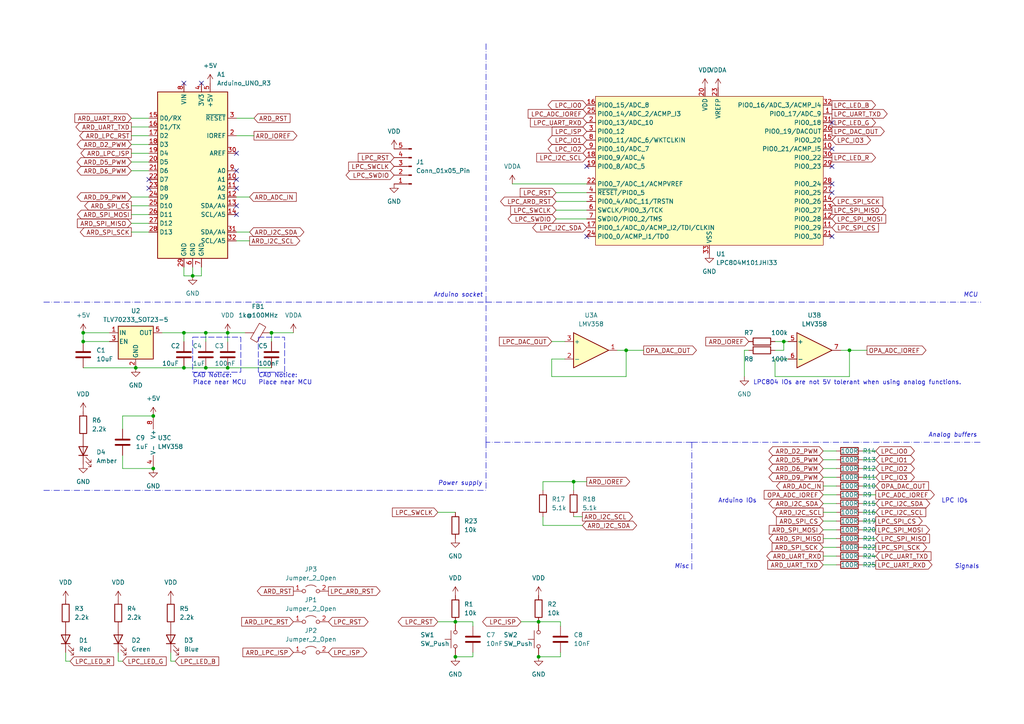
<source format=kicad_sch>
(kicad_sch (version 20230121) (generator eeschema)
  (paper "A4")
  (title_block (title "Pudding_MPyATE") (date "2023-05-28") (rev "A1") (company "Pudding Industries"))
  (lib_symbols
    (symbol "Amplifier_Operational:LMV358" (pin_names (offset 0.127))
      (property "Reference" "U" (at 0 5.08 0))
      (property "Value" "LMV358" (at 0 -5.08 0))
      (symbol "LMV358_1_1"
        (polyline (pts (xy -5.08 5.08) (xy 5.08 0) (xy -5.08 -5.08) (xy -5.08 5.08)) (stroke (width 0.254)) (fill (type background)))
        (pin output line (at 7.62 0 180) (length 2.54) (name "~") (number "1"))
        (pin input line (at -7.62 -2.54 0) (length 2.54) (name "-") (number "2"))
        (pin input line (at -7.62 2.54 0) (length 2.54) (name "+") (number "3"))
      )
      (symbol "LMV358_2_1"
        (polyline (pts (xy -5.08 5.08) (xy 5.08 0) (xy -5.08 -5.08) (xy -5.08 5.08)) (stroke (width 0.254)) (fill (type background)))
        (pin input line (at -7.62 2.54 0) (length 2.54) (name "+") (number "5"))
        (pin input line (at -7.62 -2.54 0) (length 2.54) (name "-") (number "6"))
        (pin output line (at 7.62 0 180) (length 2.54) (name "~") (number "7"))
      )
      (symbol "LMV358_3_1"
        (pin power_in line (at -2.54 -7.62 90) (length 3.81) (name "V-") (number "4"))
        (pin power_in line (at -2.54 7.62 270) (length 3.81) (name "V+") (number "8"))
      )
    )
    (symbol "Connector:Conn_01x05_Pin" (pin_names (offset 1.016) hide)
      (property "Reference" "J" (at 0 7.62 0))
      (property "Value" "Conn_01x05_Pin" (at 0 -7.62 0))
      (symbol "Conn_01x05_Pin_1_1"
        (polyline (pts (xy 1.27 -5.08) (xy 0.8636 -5.08)) (stroke (width 0.1524)))
        (polyline (pts (xy 1.27 -2.54) (xy 0.8636 -2.54)) (stroke (width 0.1524)))
        (polyline (pts (xy 1.27 0) (xy 0.8636 0)) (stroke (width 0.1524)))
        (polyline (pts (xy 1.27 2.54) (xy 0.8636 2.54)) (stroke (width 0.1524)))
        (polyline (pts (xy 1.27 5.08) (xy 0.8636 5.08)) (stroke (width 0.1524)))
        (rectangle (start 0.8636 -4.953) (end 0 -5.207) (stroke (width 0.1524)) (fill (type outline)))
        (rectangle (start 0.8636 -2.413) (end 0 -2.667) (stroke (width 0.1524)) (fill (type outline)))
        (rectangle (start 0.8636 0.127) (end 0 -0.127) (stroke (width 0.1524)) (fill (type outline)))
        (rectangle (start 0.8636 2.667) (end 0 2.413) (stroke (width 0.1524)) (fill (type outline)))
        (rectangle (start 0.8636 5.207) (end 0 4.953) (stroke (width 0.1524)) (fill (type outline)))
        (pin passive line (at 5.08 5.08 180) (length 3.81) (name "Pin_1") (number "1"))
        (pin passive line (at 5.08 2.54 180) (length 3.81) (name "Pin_2") (number "2"))
        (pin passive line (at 5.08 0 180) (length 3.81) (name "Pin_3") (number "3"))
        (pin passive line (at 5.08 -2.54 180) (length 3.81) (name "Pin_4") (number "4"))
        (pin passive line (at 5.08 -5.08 180) (length 3.81) (name "Pin_5") (number "5"))
      )
    )
    (symbol "Device:C" (pin_numbers hide) (pin_names (offset 0.254))
      (property "Reference" "C" (at 0.635 2.54 0))
      (property "Value" "C" (at 0.635 -2.54 0))
      (symbol "C_0_1"
        (polyline (pts (xy -2.032 -0.762) (xy 2.032 -0.762)) (stroke (width 0.508)))
        (polyline (pts (xy -2.032 0.762) (xy 2.032 0.762)) (stroke (width 0.508)))
      )
      (symbol "C_1_1"
        (pin passive line (at 0 3.81 270) (length 2.794) (name "~") (number "1"))
        (pin passive line (at 0 -3.81 90) (length 2.794) (name "~") (number "2"))
      )
    )
    (symbol "Device:FerriteBead" (pin_numbers hide) (pin_names (offset 0))
      (property "Reference" "FB" (at -3.81 0.635 90))
      (property "Value" "FerriteBead" (at 3.81 0 90))
      (symbol "FerriteBead_0_1"
        (polyline (pts (xy 0 -1.27) (xy 0 -1.2192)))
        (polyline (pts (xy 0 1.27) (xy 0 1.2954)))
        (polyline (pts (xy -2.7686 0.4064) (xy -1.7018 2.2606) (xy 2.7686 -0.3048) (xy 1.6764 -2.159) (xy -2.7686 0.4064)))
      )
      (symbol "FerriteBead_1_1"
        (pin passive line (at 0 3.81 270) (length 2.54) (name "~") (number "1"))
        (pin passive line (at 0 -3.81 90) (length 2.54) (name "~") (number "2"))
      )
    )
    (symbol "Device:LED" (pin_numbers hide) (pin_names (offset 1.016) hide)
      (property "Reference" "D" (at 0 2.54 0))
      (property "Value" "LED" (at 0 -2.54 0))
      (symbol "LED_0_1"
        (polyline (pts (xy -1.27 -1.27) (xy -1.27 1.27)) (stroke (width 0.254)))
        (polyline (pts (xy -1.27 0) (xy 1.27 0)))
        (polyline (pts (xy 1.27 -1.27) (xy 1.27 1.27) (xy -1.27 0) (xy 1.27 -1.27)) (stroke (width 0.254)))
        (polyline (pts (xy -3.048 -0.762) (xy -4.572 -2.286) (xy -3.81 -2.286) (xy -4.572 -2.286) (xy -4.572 -1.524)))
        (polyline (pts (xy -1.778 -0.762) (xy -3.302 -2.286) (xy -2.54 -2.286) (xy -3.302 -2.286) (xy -3.302 -1.524)))
      )
      (symbol "LED_1_1"
        (pin passive line (at -3.81 0 0) (length 2.54) (name "K") (number "1"))
        (pin passive line (at 3.81 0 180) (length 2.54) (name "A") (number "2"))
      )
    )
    (symbol "Device:R" (pin_numbers hide) (pin_names (offset 0))
      (property "Reference" "R" (at 2.032 0 90))
      (property "Value" "R" (at 0 0 90))
      (symbol "R_0_1"
        (rectangle (start -1.016 -2.54) (end 1.016 2.54) (stroke (width 0.254)))
      )
      (symbol "R_1_1"
        (pin passive line (at 0 3.81 270) (length 1.27) (name "~") (number "1"))
        (pin passive line (at 0 -3.81 90) (length 1.27) (name "~") (number "2"))
      )
    )
    (symbol "Jumper:Jumper_2_Open" (pin_names (offset 0) hide)
      (property "Reference" "JP" (at 0 2.794 0))
      (property "Value" "Jumper_2_Open" (at 0 -2.286 0))
      (symbol "Jumper_2_Open_0_0"
        (circle (center -2.032 0) (radius 0.508))
        (circle (center 2.032 0) (radius 0.508))
      )
      (symbol "Jumper_2_Open_0_1"
        (arc (start 1.524 1.27) (mid 0 1.778) (end -1.524 1.27))
      )
      (symbol "Jumper_2_Open_1_1"
        (pin passive line (at -5.08 0 0) (length 2.54) (name "A") (number "1"))
        (pin passive line (at 5.08 0 180) (length 2.54) (name "B") (number "2"))
      )
    )
    (symbol "MCU_Module:Arduino_UNO_R3"
      (property "Reference" "A" (at -10.16 23.495 0))
      (property "Value" "Arduino_UNO_R3" (at 5.08 -26.67 0))
      (symbol "Arduino_UNO_R3_0_1"
        (rectangle (start -10.16 22.86) (end 10.16 -25.4) (stroke (width 0.254)) (fill (type background)))
      )
      (symbol "Arduino_UNO_R3_1_1"
        (pin no_connect line (at -10.16 -20.32 0) (length 2.54) hide (name "NC") (number "1"))
        (pin bidirectional line (at 12.7 -2.54 180) (length 2.54) (name "A1") (number "10"))
        (pin bidirectional line (at 12.7 -5.08 180) (length 2.54) (name "A2") (number "11"))
        (pin bidirectional line (at 12.7 -7.62 180) (length 2.54) (name "A3") (number "12"))
        (pin bidirectional line (at 12.7 -10.16 180) (length 2.54) (name "SDA/A4") (number "13"))
        (pin bidirectional line (at 12.7 -12.7 180) (length 2.54) (name "SCL/A5") (number "14"))
        (pin bidirectional line (at -12.7 15.24 0) (length 2.54) (name "D0/RX") (number "15"))
        (pin bidirectional line (at -12.7 12.7 0) (length 2.54) (name "D1/TX") (number "16"))
        (pin bidirectional line (at -12.7 10.16 0) (length 2.54) (name "D2") (number "17"))
        (pin bidirectional line (at -12.7 7.62 0) (length 2.54) (name "D3") (number "18"))
        (pin bidirectional line (at -12.7 5.08 0) (length 2.54) (name "D4") (number "19"))
        (pin output line (at 12.7 10.16 180) (length 2.54) (name "IOREF") (number "2"))
        (pin bidirectional line (at -12.7 2.54 0) (length 2.54) (name "D5") (number "20"))
        (pin bidirectional line (at -12.7 0 0) (length 2.54) (name "D6") (number "21"))
        (pin bidirectional line (at -12.7 -2.54 0) (length 2.54) (name "D7") (number "22"))
        (pin bidirectional line (at -12.7 -5.08 0) (length 2.54) (name "D8") (number "23"))
        (pin bidirectional line (at -12.7 -7.62 0) (length 2.54) (name "D9") (number "24"))
        (pin bidirectional line (at -12.7 -10.16 0) (length 2.54) (name "D10") (number "25"))
        (pin bidirectional line (at -12.7 -12.7 0) (length 2.54) (name "D11") (number "26"))
        (pin bidirectional line (at -12.7 -15.24 0) (length 2.54) (name "D12") (number "27"))
        (pin bidirectional line (at -12.7 -17.78 0) (length 2.54) (name "D13") (number "28"))
        (pin power_in line (at -2.54 -27.94 90) (length 2.54) (name "GND") (number "29"))
        (pin input line (at 12.7 15.24 180) (length 2.54) (name "~{RESET}") (number "3"))
        (pin input line (at 12.7 5.08 180) (length 2.54) (name "AREF") (number "30"))
        (pin bidirectional line (at 12.7 -17.78 180) (length 2.54) (name "SDA/A4") (number "31"))
        (pin bidirectional line (at 12.7 -20.32 180) (length 2.54) (name "SCL/A5") (number "32"))
        (pin power_out line (at 2.54 25.4 270) (length 2.54) (name "3V3") (number "4"))
        (pin power_out line (at 5.08 25.4 270) (length 2.54) (name "+5V") (number "5"))
        (pin power_in line (at 0 -27.94 90) (length 2.54) (name "GND") (number "6"))
        (pin power_in line (at 2.54 -27.94 90) (length 2.54) (name "GND") (number "7"))
        (pin power_in line (at -2.54 25.4 270) (length 2.54) (name "VIN") (number "8"))
        (pin bidirectional line (at 12.7 0 180) (length 2.54) (name "A0") (number "9"))
      )
    )
    (symbol "MCU_NXP_LPC_Local:LPC804M101JHI33"
      (property "Reference" "U" (at -31.75 21.59 0))
      (property "Value" "LPC804M101JHI33" (at 24.13 21.59 0))
      (symbol "LPC804M101JHI33_0_0"
        (pin tri_state line (at 35.56 15.24 180) (length 2.54) (name "PIO0_17/ADC_9") (number "1"))
        (pin tri_state line (at 35.56 5.08 180) (length 2.54) (name "PIO0_21/ACMP_I5") (number "10"))
        (pin tri_state line (at 35.56 -17.78 180) (length 2.54) (name "PIO0_29") (number "11"))
        (pin tri_state line (at 35.56 -15.24 180) (length 2.54) (name "PIO0_28") (number "12"))
        (pin tri_state line (at 35.56 -12.7 180) (length 2.54) (name "PIO0_27") (number "13"))
        (pin tri_state line (at 35.56 -10.16 180) (length 2.54) (name "PIO0_26") (number "14"))
        (pin tri_state line (at 35.56 7.62 180) (length 2.54) (name "PIO0_20") (number "15"))
        (pin tri_state line (at -35.56 17.78 0) (length 2.54) (name "PIO0_15/ADC_8") (number "16"))
        (pin tri_state line (at -35.56 -17.78 0) (length 2.54) (name "PIO0_1/ADC_0/ACMP_I2/TDI/CLKIN") (number "17"))
        (pin tri_state line (at -35.56 2.54 0) (length 2.54) (name "PIO0_9/ADC_4") (number "18"))
        (pin tri_state line (at -35.56 0 0) (length 2.54) (name "PIO0_8/ADC_5") (number "19"))
        (pin tri_state line (at -35.56 12.7 0) (length 2.54) (name "PIO0_13/ADC_10") (number "2"))
        (pin power_in line (at -1.27 22.86 270) (length 2.54) (name "VDD") (number "20"))
        (pin tri_state line (at 35.56 -20.32 180) (length 2.54) (name "PIO0_30") (number "21"))
        (pin tri_state line (at -35.56 -5.08 0) (length 2.54) (name "PIO0_7/ADC_1/ACMPVREF") (number "22"))
        (pin power_in line (at 2.54 22.86 270) (length 2.54) (name "VREFP") (number "23"))
        (pin tri_state line (at -35.56 -20.32 0) (length 2.54) (name "PIO0_0/ACMP_I1/TDO") (number "24"))
        (pin tri_state line (at -35.56 15.24 0) (length 2.54) (name "PIO0_14/ADC_2/ACMP_I3") (number "25"))
        (pin tri_state line (at 35.56 10.16 180) (length 2.54) (name "PIO0_19/DACOUT") (number "26"))
        (pin tri_state line (at 35.56 -7.62 180) (length 2.54) (name "PIO0_25") (number "27"))
        (pin tri_state line (at 35.56 -5.08 180) (length 2.54) (name "PIO0_24") (number "28"))
        (pin tri_state line (at 35.56 0 180) (length 2.54) (name "PIO0_23") (number "29"))
        (pin tri_state line (at -35.56 10.16 0) (length 2.54) (name "PIO0_12") (number "3"))
        (pin tri_state line (at 35.56 2.54 180) (length 2.54) (name "PIO0_22") (number "30"))
        (pin tri_state line (at 35.56 12.7 180) (length 2.54) (name "PIO0_18") (number "31"))
        (pin tri_state line (at 35.56 17.78 180) (length 2.54) (name "PIO0_16/ADC_3/ACMP_I4") (number "32"))
        (pin power_in line (at 0 -25.4 90) (length 2.54) (name "VSS") (number "33"))
        (pin tri_state line (at -35.56 -7.62 0) (length 2.54) (name "~{RESET}/PIO0_5") (number "4"))
        (pin tri_state line (at -35.56 -10.16 0) (length 2.54) (name "PIO0_4/ADC_11/TRSTN") (number "5"))
        (pin tri_state line (at -35.56 -12.7 0) (length 2.54) (name "SWCLK/PIO0_3/TCK") (number "6"))
        (pin tri_state line (at -35.56 -15.24 0) (length 2.54) (name "SWDIO/PIO0_2/TMS") (number "7"))
        (pin tri_state line (at -35.56 7.62 0) (length 2.54) (name "PIO0_11/ADC_6/WKTCLKIN") (number "8"))
        (pin tri_state line (at -35.56 5.08 0) (length 2.54) (name "PIO0_10/ADC_7") (number "9"))
      )
      (symbol "LPC804M101JHI33_0_1"
        (rectangle (start -33.02 20.32) (end 33.02 -22.86) (fill (type background)))
      )
    )
    (symbol "Regulator_Linear:TLV70233_SOT23-5" (pin_names (offset 0.254))
      (property "Reference" "U" (at -3.81 5.715 0))
      (property "Value" "TLV70233_SOT23-5" (at 0 5.715 0))
      (symbol "TLV70233_SOT23-5_0_1"
        (rectangle (start -5.08 4.445) (end 5.08 -5.08) (stroke (width 0.254)) (fill (type background)))
      )
      (symbol "TLV70233_SOT23-5_1_1"
        (pin power_in line (at -7.62 2.54 0) (length 2.54) (name "IN") (number "1"))
        (pin power_in line (at 0 -7.62 90) (length 2.54) (name "GND") (number "2"))
        (pin input line (at -7.62 0 0) (length 2.54) (name "EN") (number "3"))
        (pin no_connect line (at 5.08 0 180) (length 2.54) hide (name "NC") (number "4"))
        (pin power_out line (at 7.62 2.54 180) (length 2.54) (name "OUT") (number "5"))
      )
    )
    (symbol "Switch:SW_Push" (pin_numbers hide) (pin_names (offset 1.016) hide)
      (property "Reference" "SW" (at 1.27 2.54 0))
      (property "Value" "SW_Push" (at 0 -1.524 0))
      (symbol "SW_Push_0_1"
        (circle (center -2.032 0) (radius 0.508))
        (polyline (pts (xy 0 1.27) (xy 0 3.048)))
        (polyline (pts (xy 2.54 1.27) (xy -2.54 1.27)))
        (circle (center 2.032 0) (radius 0.508))
        (pin passive line (at -5.08 0 0) (length 2.54) (name "1") (number "1"))
        (pin passive line (at 5.08 0 180) (length 2.54) (name "2") (number "2"))
      )
    )
    (symbol "power:+5V" (power) (pin_names (offset 0))
      (property "Value" "+5V" (at 0 3.556 0))
      (symbol "+5V_0_1"
        (polyline (pts (xy -0.762 1.27) (xy 0 2.54)))
        (polyline (pts (xy 0 0) (xy 0 2.54)))
        (polyline (pts (xy 0 2.54) (xy 0.762 1.27)))
      )
      (symbol "+5V_1_1"
        (pin power_in line (at 0 0 90) (length 0) hide (name "+5V") (number "1"))
      )
    )
    (symbol "power:GND" (power) (pin_names (offset 0))
      (property "Value" "GND" (at 0 -3.81 0))
      (symbol "GND_0_1"
        (polyline (pts (xy 0 0) (xy 0 -1.27) (xy 1.27 -1.27) (xy 0 -2.54) (xy -1.27 -1.27) (xy 0 -1.27)))
      )
      (symbol "GND_1_1"
        (pin power_in line (at 0 0 270) (length 0) hide (name "GND") (number "1"))
      )
    )
    (symbol "power:VDD" (power) (pin_names (offset 0))
      (property "Value" "VDD" (at 0 3.81 0))
      (symbol "VDD_0_1"
        (polyline (pts (xy -0.762 1.27) (xy 0 2.54)))
        (polyline (pts (xy 0 0) (xy 0 2.54)))
        (polyline (pts (xy 0 2.54) (xy 0.762 1.27)))
      )
      (symbol "VDD_1_1"
        (pin power_in line (at 0 0 90) (length 0) hide (name "VDD") (number "1"))
      )
    )
    (symbol "power:VDDA" (power) (pin_names (offset 0))
      (property "Value" "VDDA" (at 0 3.81 0))
      (symbol "VDDA_0_1"
        (polyline (pts (xy -0.762 1.27) (xy 0 2.54)))
        (polyline (pts (xy 0 0) (xy 0 2.54)))
        (polyline (pts (xy 0 2.54) (xy 0.762 1.27)))
      )
      (symbol "VDDA_1_1"
        (pin power_in line (at 0 0 90) (length 0) hide (name "VDDA") (number "1"))
      )
    )
  )
  (junction (at 132.08 180.34))
  (junction (at 181.61 101.6))
  (junction (at 44.45 120.65))
  (junction (at 132.08 190.5))
  (junction (at 55.88 80.01))
  (junction (at 66.04 96.52))
  (junction (at 39.37 106.68))
  (junction (at 66.04 106.68))
  (junction (at 53.34 96.52))
  (junction (at 59.69 106.68))
  (junction (at 246.38 101.6))
  (junction (at 53.34 106.68))
  (junction (at 227.33 99.06))
  (junction (at 44.45 135.89))
  (junction (at 24.13 99.06))
  (junction (at 59.69 96.52))
  (junction (at 24.13 96.52))
  (junction (at 166.37 139.7))
  (junction (at 78.74 96.52))
  (junction (at 156.21 190.5))
  (junction (at 156.21 180.34))
  (no_connect (at 58.42 24.13))
  (no_connect (at 68.58 44.45))
  (no_connect (at 53.34 24.13))
  (no_connect (at 68.58 59.69))
  (no_connect (at 241.3 55.88))
  (no_connect (at 241.3 48.26))
  (no_connect (at 170.18 68.58))
  (no_connect (at 241.3 35.56))
  (no_connect (at 241.3 68.58))
  (no_connect (at 43.18 54.61))
  (no_connect (at 170.18 48.26))
  (no_connect (at 241.3 53.34))
  (no_connect (at 68.58 52.07))
  (no_connect (at 68.58 62.23))
  (no_connect (at 43.18 52.07))
  (no_connect (at 241.3 43.18))
  (no_connect (at 68.58 49.53))
  (no_connect (at 68.58 54.61))
  (wire (pts (xy 160.02 104.14) (xy 160.02 109.22)))
  (wire (pts (xy 238.76 156.21) (xy 242.57 156.21)))
  (wire (pts (xy 78.74 96.52) (xy 85.09 96.52)))
  (wire (pts (xy 250.19 140.97) (xy 254 140.97)))
  (wire (pts (xy 250.19 163.83) (xy 254 163.83)))
  (wire (pts (xy 238.76 143.51) (xy 242.57 143.51)))
  (wire (pts (xy 238.76 146.05) (xy 242.57 146.05)))
  (wire (pts (xy 31.75 99.06) (xy 24.13 99.06)))
  (wire (pts (xy 160.02 109.22) (xy 181.61 109.22)))
  (wire (pts (xy 127 148.59) (xy 132.08 148.59)))
  (wire (pts (xy 250.19 133.35) (xy 254 133.35)))
  (wire (pts (xy 68.58 39.37) (xy 73.66 39.37)))
  (wire (pts (xy 38.1 49.53) (xy 43.18 49.53)))
  (polyline (pts (xy 12.7 87.63) (xy 140.97 87.63)) (stroke (width 0) (type dash_dot)))
  (wire (pts (xy 238.76 140.97) (xy 242.57 140.97)))
  (wire (pts (xy 68.58 57.15) (xy 72.39 57.15)))
  (wire (pts (xy 161.29 55.88) (xy 170.18 55.88)))
  (wire (pts (xy 238.76 163.83) (xy 242.57 163.83)))
  (wire (pts (xy 66.04 96.52) (xy 66.04 99.06)))
  (wire (pts (xy 181.61 109.22) (xy 181.61 101.6)))
  (wire (pts (xy 53.34 77.47) (xy 53.34 80.01)))
  (wire (pts (xy 38.1 36.83) (xy 43.18 36.83)))
  (wire (pts (xy 59.69 96.52) (xy 59.69 99.06)))
  (wire (pts (xy 53.34 96.52) (xy 53.34 99.06)))
  (wire (pts (xy 38.1 34.29) (xy 43.18 34.29)))
  (wire (pts (xy 59.69 106.68) (xy 66.04 106.68)))
  (polyline (pts (xy 140.97 128.27) (xy 140.97 142.24)) (stroke (width 0) (type dash_dot)))
  (polyline (pts (xy 200.66 165.1) (xy 200.66 128.27)) (stroke (width 0) (type dash_dot)))
  (wire (pts (xy 224.79 104.14) (xy 224.79 109.22)))
  (wire (pts (xy 35.56 124.46) (xy 35.56 120.65)))
  (wire (pts (xy 58.42 77.47) (xy 58.42 80.01)))
  (wire (pts (xy 250.19 156.21) (xy 254 156.21)))
  (wire (pts (xy 228.6 104.14) (xy 224.79 104.14)))
  (wire (pts (xy 227.33 99.06) (xy 228.6 99.06)))
  (wire (pts (xy 238.76 130.81) (xy 242.57 130.81)))
  (wire (pts (xy 181.61 101.6) (xy 179.07 101.6)))
  (polyline (pts (xy 140.97 128.27) (xy 140.97 87.63)) (stroke (width 0) (type dash_dot)))
  (wire (pts (xy 39.37 106.68) (xy 53.34 106.68)))
  (wire (pts (xy 250.19 146.05) (xy 254 146.05)))
  (wire (pts (xy 24.13 99.06) (xy 24.13 96.52)))
  (wire (pts (xy 53.34 80.01) (xy 55.88 80.01)))
  (wire (pts (xy 161.29 63.5) (xy 170.18 63.5)))
  (wire (pts (xy 68.58 67.31) (xy 72.39 67.31)))
  (wire (pts (xy 19.05 189.23) (xy 19.05 191.77)))
  (wire (pts (xy 238.76 133.35) (xy 242.57 133.35)))
  (wire (pts (xy 161.29 58.42) (xy 170.18 58.42)))
  (wire (pts (xy 35.56 191.77) (xy 34.29 191.77)))
  (wire (pts (xy 137.16 189.23) (xy 137.16 190.5)))
  (wire (pts (xy 162.56 189.23) (xy 162.56 190.5)))
  (wire (pts (xy 250.19 161.29) (xy 254 161.29)))
  (wire (pts (xy 181.61 101.6) (xy 186.69 101.6)))
  (wire (pts (xy 68.58 34.29) (xy 73.66 34.29)))
  (wire (pts (xy 243.84 101.6) (xy 246.38 101.6)))
  (wire (pts (xy 250.19 158.75) (xy 254 158.75)))
  (wire (pts (xy 238.76 151.13) (xy 242.57 151.13)))
  (wire (pts (xy 38.1 64.77) (xy 43.18 64.77)))
  (wire (pts (xy 78.74 96.52) (xy 78.74 99.06)))
  (wire (pts (xy 224.79 99.06) (xy 227.33 99.06)))
  (wire (pts (xy 38.1 57.15) (xy 43.18 57.15)))
  (wire (pts (xy 162.56 181.61) (xy 162.56 180.34)))
  (wire (pts (xy 53.34 96.52) (xy 59.69 96.52)))
  (wire (pts (xy 238.76 158.75) (xy 242.57 158.75)))
  (wire (pts (xy 19.05 191.77) (xy 20.32 191.77)))
  (wire (pts (xy 148.59 53.34) (xy 170.18 53.34)))
  (wire (pts (xy 166.37 139.7) (xy 166.37 142.24)))
  (wire (pts (xy 59.69 96.52) (xy 66.04 96.52)))
  (wire (pts (xy 38.1 67.31) (xy 43.18 67.31)))
  (wire (pts (xy 238.76 148.59) (xy 242.57 148.59)))
  (wire (pts (xy 250.19 143.51) (xy 254 143.51)))
  (polyline (pts (xy 200.66 128.27) (xy 140.97 128.27)) (stroke (width 0) (type dash_dot)))
  (wire (pts (xy 66.04 106.68) (xy 78.74 106.68)))
  (wire (pts (xy 49.53 191.77) (xy 50.8 191.77)))
  (wire (pts (xy 38.1 41.91) (xy 43.18 41.91)))
  (wire (pts (xy 227.33 101.6) (xy 227.33 99.06)))
  (wire (pts (xy 35.56 135.89) (xy 44.45 135.89)))
  (wire (pts (xy 38.1 62.23) (xy 43.18 62.23)))
  (wire (pts (xy 161.29 60.96) (xy 170.18 60.96)))
  (wire (pts (xy 215.9 101.6) (xy 217.17 101.6)))
  (wire (pts (xy 68.58 69.85) (xy 72.39 69.85)))
  (wire (pts (xy 157.48 152.4) (xy 168.91 152.4)))
  (wire (pts (xy 224.79 101.6) (xy 227.33 101.6)))
  (wire (pts (xy 38.1 44.45) (xy 43.18 44.45)))
  (wire (pts (xy 224.79 109.22) (xy 246.38 109.22)))
  (wire (pts (xy 66.04 96.52) (xy 71.12 96.52)))
  (wire (pts (xy 35.56 132.08) (xy 35.56 135.89)))
  (wire (pts (xy 137.16 180.34) (xy 132.08 180.34)))
  (wire (pts (xy 127 180.34) (xy 132.08 180.34)))
  (wire (pts (xy 53.34 106.68) (xy 59.69 106.68)))
  (polyline (pts (xy 12.7 142.24) (xy 140.97 142.24)) (stroke (width 0) (type dash_dot)))
  (wire (pts (xy 151.13 180.34) (xy 156.21 180.34)))
  (wire (pts (xy 160.02 99.06) (xy 163.83 99.06)))
  (wire (pts (xy 137.16 181.61) (xy 137.16 180.34)))
  (wire (pts (xy 24.13 106.68) (xy 39.37 106.68)))
  (wire (pts (xy 49.53 189.23) (xy 49.53 191.77)))
  (wire (pts (xy 35.56 120.65) (xy 44.45 120.65)))
  (wire (pts (xy 215.9 109.22) (xy 215.9 101.6)))
  (wire (pts (xy 250.19 138.43) (xy 254 138.43)))
  (wire (pts (xy 46.99 96.52) (xy 53.34 96.52)))
  (wire (pts (xy 238.76 135.89) (xy 242.57 135.89)))
  (wire (pts (xy 38.1 39.37) (xy 43.18 39.37)))
  (wire (pts (xy 250.19 148.59) (xy 254 148.59)))
  (wire (pts (xy 55.88 77.47) (xy 55.88 80.01)))
  (wire (pts (xy 157.48 149.86) (xy 157.48 152.4)))
  (wire (pts (xy 24.13 96.52) (xy 31.75 96.52)))
  (wire (pts (xy 160.02 104.14) (xy 163.83 104.14)))
  (wire (pts (xy 38.1 59.69) (xy 43.18 59.69)))
  (wire (pts (xy 137.16 190.5) (xy 132.08 190.5)))
  (wire (pts (xy 238.76 161.29) (xy 242.57 161.29)))
  (wire (pts (xy 246.38 101.6) (xy 246.38 109.22)))
  (wire (pts (xy 162.56 180.34) (xy 156.21 180.34)))
  (wire (pts (xy 238.76 138.43) (xy 242.57 138.43)))
  (wire (pts (xy 58.42 80.01) (xy 55.88 80.01)))
  (polyline (pts (xy 140.97 12.7) (xy 140.97 87.63)) (stroke (width 0) (type dash_dot)))
  (polyline (pts (xy 200.66 128.27) (xy 284.48 128.27)) (stroke (width 0) (type dash_dot)))
  (wire (pts (xy 250.19 130.81) (xy 254 130.81)))
  (wire (pts (xy 34.29 191.77) (xy 34.29 189.23)))
  (wire (pts (xy 157.48 142.24) (xy 157.48 139.7)))
  (wire (pts (xy 157.48 139.7) (xy 166.37 139.7)))
  (wire (pts (xy 38.1 46.99) (xy 43.18 46.99)))
  (wire (pts (xy 166.37 139.7) (xy 170.18 139.7)))
  (wire (pts (xy 238.76 153.67) (xy 242.57 153.67)))
  (wire (pts (xy 250.19 135.89) (xy 254 135.89)))
  (wire (pts (xy 166.37 149.86) (xy 168.91 149.86)))
  (polyline (pts (xy 140.97 87.63) (xy 284.48 87.63)) (stroke (width 0) (type dash_dot)))
  (wire (pts (xy 250.19 153.67) (xy 254 153.67)))
  (wire (pts (xy 162.56 190.5) (xy 156.21 190.5)))
  (wire (pts (xy 246.38 101.6) (xy 251.46 101.6)))
  (wire (pts (xy 250.19 151.13) (xy 254 151.13)))
  (rectangle (start 55.88 97.79) (end 69.85 107.95) (stroke (width 0) (type dash)))
  (rectangle (start 74.93 97.79) (end 82.55 107.95) (stroke (width 0) (type dash)))
  (text "Signals" (at 276.86 165.1 0) (effects (font (size 1.27 1.27) italic) (justify left bottom)))
  (text "Power supply" (at 127 140.97 0) (effects (font (size 1.27 1.27) italic) (justify left bottom)))
  (text "Analog buffers" (at 269.24 127 0) (effects (font (size 1.27 1.27) italic) (justify left bottom)))
  (text "MCU" (at 279.4 86.36 0) (effects (font (size 1.27 1.27) italic) (justify left bottom)))
  (text "CAD Notice:\nPlace near MCU" (at 55.88 111.76 0) (effects (font (size 1.27 1.27)) (justify left bottom)))
  (text "Arduino socket" (at 125.73 86.36 0) (effects (font (size 1.27 1.27) italic) (justify left bottom)))
  (text "LPC804 IOs are not 5V tolerant when using analog functions." (at 218.44 111.76 0) (effects (font (size 1.27 1.27)) (justify left bottom)))
  (text "Arduino IOs" (at 208.28 146.05 0) (effects (font (size 1.27 1.27)) (justify left bottom)))
  (text "LPC IOs" (at 273.05 146.05 0) (effects (font (size 1.27 1.27)) (justify left bottom)))
  (text "Misc" (at 195.58 165.1 0) (effects (font (size 1.27 1.27) italic) (justify left bottom)))
  (text "CAD Notice:\nPlace near MCU" (at 74.93 111.76 0) (effects (font (size 1.27 1.27)) (justify left bottom)))
  (global_label "ARD_UART_RXD" (shape input) (at 38.1 34.29 180) (property "Intersheetrefs" "${INTERSHEET_REFS}" (effects hide)))
  (global_label "ARD_UART_RXD" (shape output) (at 238.76 161.29 180) (property "Intersheetrefs" "${INTERSHEET_REFS}" (effects hide)))
  (global_label "LPC_RST" (shape bidirectional) (at 127 180.34 180) (property "Intersheetrefs" "${INTERSHEET_REFS}" (effects hide)))
  (global_label "LPC_IO1" (shape bidirectional) (at 170.18 40.64 180) (property "Intersheetrefs" "${INTERSHEET_REFS}" (effects hide)))
  (global_label "ARD_D5_PWM" (shape bidirectional) (at 238.76 133.35 180) (property "Intersheetrefs" "${INTERSHEET_REFS}" (effects hide)))
  (global_label "OPA_DAC_OUT" (shape output) (at 186.69 101.6 0) (property "Intersheetrefs" "${INTERSHEET_REFS}" (effects hide)))
  (global_label "LPC_SWCLK" (shape input) (at 114.3 48.26 180) (property "Intersheetrefs" "${INTERSHEET_REFS}" (effects hide)))
  (global_label "LPC_ADC_IOREF" (shape output) (at 254 143.51 0) (property "Intersheetrefs" "${INTERSHEET_REFS}" (effects hide)))
  (global_label "ARD_I2C_SCL" (shape output) (at 168.91 149.86 0) (property "Intersheetrefs" "${INTERSHEET_REFS}" (effects hide)))
  (global_label "LPC_UART_TXD" (shape output) (at 241.3 33.02 0) (property "Intersheetrefs" "${INTERSHEET_REFS}" (effects hide)))
  (global_label "LPC_ISP" (shape input) (at 170.18 38.1 180) (property "Intersheetrefs" "${INTERSHEET_REFS}" (effects hide)))
  (global_label "LPC_IO0" (shape bidirectional) (at 254 130.81 0) (property "Intersheetrefs" "${INTERSHEET_REFS}" (effects hide)))
  (global_label "ARD_D9_PWM" (shape bidirectional) (at 238.76 138.43 180) (property "Intersheetrefs" "${INTERSHEET_REFS}" (effects hide)))
  (global_label "LPC_IO3" (shape bidirectional) (at 254 138.43 0) (property "Intersheetrefs" "${INTERSHEET_REFS}" (effects hide)))
  (global_label "ARD_SPI_SCK" (shape output) (at 38.1 67.31 180) (property "Intersheetrefs" "${INTERSHEET_REFS}" (effects hide)))
  (global_label "ARD_ADC_IN" (shape output) (at 238.76 140.97 180) (property "Intersheetrefs" "${INTERSHEET_REFS}" (effects hide)))
  (global_label "ARD_I2C_SDA" (shape bidirectional) (at 168.91 152.4 0) (property "Intersheetrefs" "${INTERSHEET_REFS}" (effects hide)))
  (global_label "LPC_I2C_SCL" (shape input) (at 254 148.59 0) (property "Intersheetrefs" "${INTERSHEET_REFS}" (effects hide)))
  (global_label "LPC_IO2" (shape bidirectional) (at 170.18 43.18 180) (property "Intersheetrefs" "${INTERSHEET_REFS}" (effects hide)))
  (global_label "LPC_SPI_MISO" (shape output) (at 241.3 60.96 0) (property "Intersheetrefs" "${INTERSHEET_REFS}" (effects hide)))
  (global_label "LPC_UART_RXD" (shape input) (at 170.18 35.56 180) (property "Intersheetrefs" "${INTERSHEET_REFS}" (effects hide)))
  (global_label "ARD_IOREF" (shape input) (at 217.17 99.06 180) (property "Intersheetrefs" "${INTERSHEET_REFS}" (effects hide)))
  (global_label "LPC_IO1" (shape bidirectional) (at 254 133.35 0) (property "Intersheetrefs" "${INTERSHEET_REFS}" (effects hide)))
  (global_label "ARD_SPI_MISO" (shape input) (at 38.1 64.77 180) (property "Intersheetrefs" "${INTERSHEET_REFS}" (effects hide)))
  (global_label "ARD_UART_TXD" (shape input) (at 238.76 163.83 180) (property "Intersheetrefs" "${INTERSHEET_REFS}" (effects hide)))
  (global_label "ARD_RST" (shape input) (at 73.66 34.29 0) (property "Intersheetrefs" "${INTERSHEET_REFS}" (effects hide)))
  (global_label "LPC_LED_G" (shape output) (at 241.3 35.56 0) (property "Intersheetrefs" "${INTERSHEET_REFS}" (effects hide)))
  (global_label "LPC_RST" (shape input) (at 161.29 55.88 180) (property "Intersheetrefs" "${INTERSHEET_REFS}" (effects hide)))
  (global_label "LPC_DAC_OUT" (shape output) (at 241.3 38.1 0) (property "Intersheetrefs" "${INTERSHEET_REFS}" (effects hide)))
  (global_label "LPC_RST" (shape bidirectional) (at 95.25 180.34 0) (property "Intersheetrefs" "${INTERSHEET_REFS}" (effects hide)))
  (global_label "ARD_LPC_ISP" (shape output) (at 38.1 44.45 180) (property "Intersheetrefs" "${INTERSHEET_REFS}" (effects hide)))
  (global_label "ARD_D2_PWM" (shape bidirectional) (at 238.76 130.81 180) (property "Intersheetrefs" "${INTERSHEET_REFS}" (effects hide)))
  (global_label "ARD_SPI_CS" (shape output) (at 38.1 59.69 180) (property "Intersheetrefs" "${INTERSHEET_REFS}" (effects hide)))
  (global_label "LPC_I2C_SCL" (shape input) (at 170.18 45.72 180) (property "Intersheetrefs" "${INTERSHEET_REFS}" (effects hide)))
  (global_label "OPA_ADC_IOREF" (shape input) (at 238.76 143.51 180) (property "Intersheetrefs" "${INTERSHEET_REFS}" (effects hide)))
  (global_label "LPC_SWCLK" (shape input) (at 161.29 60.96 180) (property "Intersheetrefs" "${INTERSHEET_REFS}" (effects hide)))
  (global_label "LPC_UART_RXD" (shape output) (at 254 163.83 0) (property "Intersheetrefs" "${INTERSHEET_REFS}" (effects hide)))
  (global_label "LPC_ISP" (shape bidirectional) (at 95.25 189.23 0) (property "Intersheetrefs" "${INTERSHEET_REFS}" (effects hide)))
  (global_label "ARD_I2C_SDA" (shape bidirectional) (at 72.39 67.31 0) (property "Intersheetrefs" "${INTERSHEET_REFS}" (effects hide)))
  (global_label "ARD_SPI_CS" (shape input) (at 238.76 151.13 180) (property "Intersheetrefs" "${INTERSHEET_REFS}" (effects hide)))
  (global_label "ARD_LPC_ISP" (shape input) (at 85.09 189.23 180) (property "Intersheetrefs" "${INTERSHEET_REFS}" (effects hide)))
  (global_label "LPC_SWCLK" (shape input) (at 127 148.59 180) (property "Intersheetrefs" "${INTERSHEET_REFS}" (effects hide)))
  (global_label "LPC_I2C_SDA" (shape bidirectional) (at 254 146.05 0) (property "Intersheetrefs" "${INTERSHEET_REFS}" (effects hide)))
  (global_label "ARD_SPI_MISO" (shape output) (at 238.76 156.21 180) (property "Intersheetrefs" "${INTERSHEET_REFS}" (effects hide)))
  (global_label "ARD_D6_PWM" (shape bidirectional) (at 238.76 135.89 180) (property "Intersheetrefs" "${INTERSHEET_REFS}" (effects hide)))
  (global_label "LPC_LED_R" (shape input) (at 20.32 191.77 0) (property "Intersheetrefs" "${INTERSHEET_REFS}" (effects hide)))
  (global_label "LPC_ISP" (shape bidirectional) (at 151.13 180.34 180) (property "Intersheetrefs" "${INTERSHEET_REFS}" (effects hide)))
  (global_label "ARD_ADC_IN" (shape input) (at 72.39 57.15 0) (property "Intersheetrefs" "${INTERSHEET_REFS}" (effects hide)))
  (global_label "ARD_UART_TXD" (shape output) (at 38.1 36.83 180) (property "Intersheetrefs" "${INTERSHEET_REFS}" (effects hide)))
  (global_label "LPC_SWDIO" (shape bidirectional) (at 161.29 63.5 180) (property "Intersheetrefs" "${INTERSHEET_REFS}" (effects hide)))
  (global_label "LPC_ARD_RST" (shape output) (at 95.25 171.45 0) (property "Intersheetrefs" "${INTERSHEET_REFS}" (effects hide)))
  (global_label "OPA_ADC_IOREF" (shape output) (at 251.46 101.6 0) (property "Intersheetrefs" "${INTERSHEET_REFS}" (effects hide)))
  (global_label "LPC_IO2" (shape bidirectional) (at 254 135.89 0) (property "Intersheetrefs" "${INTERSHEET_REFS}" (effects hide)))
  (global_label "LPC_LED_R" (shape output) (at 241.3 45.72 0) (property "Intersheetrefs" "${INTERSHEET_REFS}" (effects hide)))
  (global_label "LPC_LED_B" (shape output) (at 241.3 30.48 0) (property "Intersheetrefs" "${INTERSHEET_REFS}" (effects hide)))
  (global_label "ARD_D5_PWM" (shape bidirectional) (at 38.1 46.99 180) (property "Intersheetrefs" "${INTERSHEET_REFS}" (effects hide)))
  (global_label "LPC_IO0" (shape bidirectional) (at 170.18 30.48 180) (property "Intersheetrefs" "${INTERSHEET_REFS}" (effects hide)))
  (global_label "ARD_SPI_MOSI" (shape input) (at 238.76 153.67 180) (property "Intersheetrefs" "${INTERSHEET_REFS}" (effects hide)))
  (global_label "LPC_IO3" (shape bidirectional) (at 241.3 40.64 0) (property "Intersheetrefs" "${INTERSHEET_REFS}" (effects hide)))
  (global_label "LPC_SPI_SCK" (shape output) (at 254 158.75 0) (property "Intersheetrefs" "${INTERSHEET_REFS}" (effects hide)))
  (global_label "LPC_ARD_RST" (shape tri_state) (at 161.29 58.42 180) (property "Intersheetrefs" "${INTERSHEET_REFS}" (effects hide)))
  (global_label "LPC_I2C_SDA" (shape bidirectional) (at 170.18 66.04 180) (property "Intersheetrefs" "${INTERSHEET_REFS}" (effects hide)))
  (global_label "LPC_SWDIO" (shape bidirectional) (at 114.3 50.8 180) (property "Intersheetrefs" "${INTERSHEET_REFS}" (effects hide)))
  (global_label "LPC_LED_G" (shape input) (at 35.56 191.77 0) (property "Intersheetrefs" "${INTERSHEET_REFS}" (effects hide)))
  (global_label "LPC_ADC_IOREF" (shape input) (at 170.18 33.02 180) (property "Intersheetrefs" "${INTERSHEET_REFS}" (effects hide)))
  (global_label "LPC_RST" (shape input) (at 114.3 45.72 180) (property "Intersheetrefs" "${INTERSHEET_REFS}" (effects hide)))
  (global_label "LPC_SPI_CS" (shape output) (at 254 151.13 0) (property "Intersheetrefs" "${INTERSHEET_REFS}" (effects hide)))
  (global_label "LPC_SPI_MOSI" (shape input) (at 241.3 63.5 0) (property "Intersheetrefs" "${INTERSHEET_REFS}" (effects hide)))
  (global_label "ARD_D6_PWM" (shape bidirectional) (at 38.1 49.53 180) (property "Intersheetrefs" "${INTERSHEET_REFS}" (effects hide)))
  (global_label "ARD_RST" (shape output) (at 85.09 171.45 180) (property "Intersheetrefs" "${INTERSHEET_REFS}" (effects hide)))
  (global_label "ARD_LPC_RST" (shape output) (at 38.1 39.37 180) (property "Intersheetrefs" "${INTERSHEET_REFS}" (effects hide)))
  (global_label "LPC_SPI_MISO" (shape input) (at 254 156.21 0) (property "Intersheetrefs" "${INTERSHEET_REFS}" (effects hide)))
  (global_label "LPC_SPI_SCK" (shape input) (at 241.3 58.42 0) (property "Intersheetrefs" "${INTERSHEET_REFS}" (effects hide)))
  (global_label "LPC_SPI_CS" (shape input) (at 241.3 66.04 0) (property "Intersheetrefs" "${INTERSHEET_REFS}" (effects hide)))
  (global_label "OPA_DAC_OUT" (shape input) (at 254 140.97 0) (property "Intersheetrefs" "${INTERSHEET_REFS}" (effects hide)))
  (global_label "ARD_SPI_SCK" (shape input) (at 238.76 158.75 180) (property "Intersheetrefs" "${INTERSHEET_REFS}" (effects hide)))
  (global_label "ARD_I2C_SDA" (shape bidirectional) (at 238.76 146.05 180) (property "Intersheetrefs" "${INTERSHEET_REFS}" (effects hide)))
  (global_label "ARD_D9_PWM" (shape bidirectional) (at 38.1 57.15 180) (property "Intersheetrefs" "${INTERSHEET_REFS}" (effects hide)))
  (global_label "ARD_LPC_RST" (shape input) (at 85.09 180.34 180) (property "Intersheetrefs" "${INTERSHEET_REFS}" (effects hide)))
  (global_label "ARD_I2C_SCL" (shape output) (at 238.76 148.59 180) (property "Intersheetrefs" "${INTERSHEET_REFS}" (effects hide)))
  (global_label "ARD_IOREF" (shape output) (at 170.18 139.7 0) (property "Intersheetrefs" "${INTERSHEET_REFS}" (effects hide)))
  (global_label "LPC_LED_B" (shape input) (at 50.8 191.77 0) (property "Intersheetrefs" "${INTERSHEET_REFS}" (effects hide)))
  (global_label "ARD_SPI_MOSI" (shape output) (at 38.1 62.23 180) (property "Intersheetrefs" "${INTERSHEET_REFS}" (effects hide)))
  (global_label "ARD_I2C_SCL" (shape output) (at 72.39 69.85 0) (property "Intersheetrefs" "${INTERSHEET_REFS}" (effects hide)))
  (global_label "LPC_UART_TXD" (shape input) (at 254 161.29 0) (property "Intersheetrefs" "${INTERSHEET_REFS}" (effects hide)))
  (global_label "LPC_SPI_MOSI" (shape output) (at 254 153.67 0) (property "Intersheetrefs" "${INTERSHEET_REFS}" (effects hide)))
  (global_label "ARD_D2_PWM" (shape bidirectional) (at 38.1 41.91 180) (property "Intersheetrefs" "${INTERSHEET_REFS}" (effects hide)))
  (global_label "LPC_DAC_OUT" (shape input) (at 160.02 99.06 180) (property "Intersheetrefs" "${INTERSHEET_REFS}" (effects hide)))
  (global_label "ARD_IOREF" (shape output) (at 73.66 39.37 0) (property "Intersheetrefs" "${INTERSHEET_REFS}" (effects hide)))
  (symbol (lib_id "power:VDD") (at 204.47 25.4 0) (unit 1)
    (property "Reference" "#PWR04" (effects hide))
    (property "Value" "VDD" (at 204.47 20.32 0))
  )
  (symbol (lib_id "Device:R") (at 246.38 161.29 90) (unit 1)
    (property "Reference" "R24" (at 250.19 161.29 90) (effects (justify right)))
    (property "Value" "100R" (at 246.38 161.29 90))
    (property "Footprint" "Resistor_SMD:R_0603_1608Metric" (effects hide))
  )
  (symbol (lib_id "power:VDDA") (at 208.28 25.4 0) (unit 1)
    (property "Reference" "#PWR09" (effects hide))
    (property "Value" "VDDA" (at 208.28 20.32 0))
  )
  (symbol (lib_id "power:VDD") (at 24.13 119.38 0) (unit 1)
    (property "Reference" "#PWR018" (effects hide))
    (property "Value" "VDD" (at 24.13 114.3 0))
  )
  (symbol (lib_id "Device:R") (at 220.98 99.06 90) (unit 1)
    (property "Reference" "R7" (at 217.17 96.52 90))
    (property "Value" "100k" (at 226.06 96.52 90))
    (property "Footprint" "Resistor_SMD:R_0603_1608Metric" (effects hide))
  )
  (symbol (lib_id "power:VDD") (at 49.53 173.99 0) (unit 1)
    (property "Reference" "#PWR017" (effects hide))
    (property "Value" "VDD" (at 49.53 168.91 0))
  )
  (symbol (lib_id "Device:C") (at 24.13 102.87 0) (unit 1)
    (property "Reference" "C1" (at 27.94 101.6 0) (effects (justify left)))
    (property "Value" "10uF" (at 27.94 104.14 0) (effects (justify left)))
    (property "Footprint" "Capacitor_SMD:C_0603_1608Metric" (effects hide))
  )
  (symbol (lib_id "Device:R") (at 246.38 148.59 90) (unit 1)
    (property "Reference" "R16" (at 250.19 148.59 90) (effects (justify right)))
    (property "Value" "100R" (at 246.38 148.59 90))
    (property "Footprint" "Resistor_SMD:R_0603_1608Metric" (effects hide))
  )
  (symbol (lib_id "Device:R") (at 34.29 177.8 0) (unit 1)
    (property "Reference" "R4" (at 36.83 176.53 0) (effects (justify left)))
    (property "Value" "2.2k" (at 36.83 179.07 0) (effects (justify left)))
    (property "Footprint" "Resistor_SMD:R_0603_1608Metric" (effects hide))
  )
  (symbol (lib_id "power:VDD") (at 156.21 172.72 0) (unit 1)
    (property "Reference" "#PWR014" (effects hide))
    (property "Value" "VDD" (at 156.21 167.64 0))
  )
  (symbol (lib_id "Device:R") (at 246.38 163.83 90) (unit 1)
    (property "Reference" "R25" (at 250.19 163.83 90) (effects (justify right)))
    (property "Value" "100R" (at 246.38 163.83 90))
    (property "Footprint" "Resistor_SMD:R_0603_1608Metric" (effects hide))
  )
  (symbol (lib_id "Device:LED") (at 49.53 185.42 90) (unit 1)
    (property "Reference" "D3" (at 53.34 185.7375 90) (effects (justify right)))
    (property "Value" "Blue" (at 53.34 188.2775 90) (effects (justify right)))
    (property "Footprint" "LED_SMD:LED_0603_1608Metric" (effects hide))
  )
  (symbol (lib_id "Device:R") (at 24.13 123.19 0) (unit 1)
    (property "Reference" "R6" (at 26.67 121.92 0) (effects (justify left)))
    (property "Value" "2.2k" (at 26.67 124.46 0) (effects (justify left)))
    (property "Footprint" "Resistor_SMD:R_0603_1608Metric" (effects hide))
  )
  (symbol (lib_id "Device:C") (at 78.74 102.87 0) (unit 1)
    (property "Reference" "C5" (at 74.93 100.33 0) (effects (justify left)))
    (property "Value" "100nF" (at 74.93 105.41 0) (effects (justify left)))
    (property "Footprint" "Capacitor_SMD:C_0603_1608Metric" (effects hide))
  )
  (symbol (lib_id "power:VDD") (at 132.08 172.72 0) (unit 1)
    (property "Reference" "#PWR013" (effects hide))
    (property "Value" "VDD" (at 132.08 167.64 0))
  )
  (symbol (lib_id "Amplifier_Operational:LMV358") (at 46.99 128.27 0) (unit 3)
    (property "Reference" "U3" (at 45.72 127 0) (effects (justify left)))
    (property "Value" "LMV358" (at 45.72 129.54 0) (effects (justify left)))
    (property "Footprint" "Package_SO:SOP-8_3.9x4.9mm_P1.27mm" (effects hide))
    (property "Datasheet" "http://www.ti.com/lit/ds/symlink/lmv324.pdf" (effects hide))
  )
  (symbol (lib_id "Device:R") (at 166.37 146.05 0) (unit 1)
    (property "Reference" "R18" (at 168.91 144.78 0) (effects (justify left)))
    (property "Value" "5.1k" (at 168.91 147.32 0) (effects (justify left)))
    (property "Footprint" "Resistor_SMD:R_0603_1608Metric" (effects hide))
  )
  (symbol (lib_id "Device:R") (at 132.08 152.4 0) (unit 1)
    (property "Reference" "R23" (at 134.62 151.13 0) (effects (justify left)))
    (property "Value" "10k" (at 134.62 153.67 0) (effects (justify left)))
    (property "Footprint" "Resistor_SMD:R_0603_1608Metric" (effects hide))
  )
  (symbol (lib_id "power:GND") (at 132.08 156.21 0) (unit 1)
    (property "Reference" "#PWR025" (effects hide))
    (property "Value" "GND" (at 132.08 161.29 0))
  )
  (symbol (lib_id "Device:R") (at 246.38 130.81 90) (unit 1)
    (property "Reference" "R14" (at 250.19 130.81 90) (effects (justify right)))
    (property "Value" "100R" (at 246.38 130.81 90))
    (property "Footprint" "Resistor_SMD:R_0603_1608Metric" (effects hide))
  )
  (symbol (lib_id "MCU_Module:Arduino_UNO_R3") (at 55.88 49.53 0) (unit 1) (in_bom no)
    (property "Reference" "A1" (at 62.9159 21.59 0) (effects (justify left)))
    (property "Value" "Arduino_UNO_R3" (at 62.9159 24.13 0) (effects (justify left)))
    (property "Footprint" "Module:Arduino_UNO_R3_WithMountingHoles" (effects hide))
    (property "Datasheet" "https://www.arduino.cc/en/Main/arduinoBoardUno" (effects hide))
  )
  (symbol (lib_id "power:VDD") (at 66.04 96.52 0) (unit 1)
    (property "Reference" "#PWR07" (effects hide))
    (property "Value" "VDD" (at 66.04 91.44 0))
  )
  (symbol (lib_id "Device:LED") (at 34.29 185.42 90) (unit 1)
    (property "Reference" "D2" (at 38.1 185.7375 90) (effects (justify right)))
    (property "Value" "Green" (at 38.1 188.2775 90) (effects (justify right)))
    (property "Footprint" "LED_SMD:LED_0603_1608Metric" (effects hide))
  )
  (symbol (lib_id "power:GND") (at 156.21 190.5 0) (unit 1)
    (property "Reference" "#PWR012" (effects hide))
    (property "Value" "GND" (at 156.21 195.58 0))
  )
  (symbol (lib_id "Switch:SW_Push") (at 156.21 185.42 90) (unit 1)
    (property "Reference" "SW2" (at 146.05 184.15 90) (effects (justify right)))
    (property "Value" "SW_Push" (at 146.05 186.69 90) (effects (justify right)))
    (property "Footprint" "Button_Switch_SMD:SW_SPST_EVQPE1" (effects hide))
  )
  (symbol (lib_id "power:GND") (at 24.13 134.62 0) (unit 1)
    (property "Reference" "#PWR019" (effects hide))
    (property "Value" "GND" (at 24.13 139.7 0))
  )
  (symbol (lib_id "Amplifier_Operational:LMV358") (at 171.45 101.6 0) (unit 1)
    (property "Reference" "U3" (at 171.45 91.44 0))
    (property "Value" "LMV358" (at 171.45 93.98 0))
    (property "Footprint" "Package_SO:SOP-8_3.9x4.9mm_P1.27mm" (effects hide))
    (property "Datasheet" "http://www.ti.com/lit/ds/symlink/lmv324.pdf" (effects hide))
  )
  (symbol (lib_id "power:VDDA") (at 85.09 96.52 0) (unit 1)
    (property "Reference" "#PWR08" (effects hide))
    (property "Value" "VDDA" (at 85.09 91.44 0))
  )
  (symbol (lib_id "Regulator_Linear:TLV70233_SOT23-5") (at 39.37 99.06 0) (unit 1)
    (property "Reference" "U2" (at 39.37 90.17 0))
    (property "Value" "TLV70233_SOT23-5" (at 39.37 92.71 0))
    (property "Footprint" "Package_TO_SOT_SMD:SOT-23-5" (effects hide))
    (property "Datasheet" "http://www.ti.com/lit/ds/symlink/tlv702.pdf" (effects hide))
  )
  (symbol (lib_id "Device:R") (at 246.38 135.89 90) (unit 1)
    (property "Reference" "R12" (at 250.19 135.89 90) (effects (justify right)))
    (property "Value" "100R" (at 246.38 135.89 90))
    (property "Footprint" "Resistor_SMD:R_0603_1608Metric" (effects hide))
  )
  (symbol (lib_id "power:+5V") (at 24.13 96.52 0) (unit 1)
    (property "Reference" "#PWR05" (effects hide))
    (property "Value" "+5V" (at 24.13 91.44 0))
  )
  (symbol (lib_id "power:+5V") (at 60.96 24.13 0) (unit 1)
    (property "Reference" "#PWR03" (effects hide))
    (property "Value" "+5V" (at 60.96 19.05 0))
  )
  (symbol (lib_id "Jumper:Jumper_2_Open") (at 90.17 171.45 0) (unit 1)
    (property "Reference" "JP3" (at 90.17 165.1 0))
    (property "Value" "Jumper_2_Open" (at 90.17 167.64 0))
    (property "Footprint" "Connector_PinHeader_2.54mm:PinHeader_1x02_P2.54mm_Vertical" (effects hide))
  )
  (symbol (lib_id "Device:C") (at 53.34 102.87 0) (unit 1)
    (property "Reference" "C2" (at 49.53 100.33 0) (effects (justify left)))
    (property "Value" "10uF" (at 46.99 105.41 0) (effects (justify left)))
    (property "Footprint" "Capacitor_SMD:C_0603_1608Metric" (effects hide))
  )
  (symbol (lib_id "power:VDD") (at 34.29 173.99 0) (unit 1)
    (property "Reference" "#PWR016" (effects hide))
    (property "Value" "VDD" (at 34.29 168.91 0))
  )
  (symbol (lib_id "power:GND") (at 205.74 73.66 0) (unit 1)
    (property "Reference" "#PWR01" (effects hide))
    (property "Value" "GND" (at 205.74 78.74 0))
  )
  (symbol (lib_id "Device:R") (at 156.21 176.53 0) (unit 1)
    (property "Reference" "R2" (at 158.75 175.26 0) (effects (justify left)))
    (property "Value" "10k" (at 158.75 177.8 0) (effects (justify left)))
    (property "Footprint" "Resistor_SMD:R_0603_1608Metric" (effects hide))
  )
  (symbol (lib_id "Amplifier_Operational:LMV358") (at 236.22 101.6 0) (unit 2)
    (property "Reference" "U3" (at 236.22 91.44 0))
    (property "Value" "LMV358" (at 236.22 93.98 0))
    (property "Footprint" "Package_SO:SOP-8_3.9x4.9mm_P1.27mm" (effects hide))
    (property "Datasheet" "http://www.ti.com/lit/ds/symlink/lmv324.pdf" (effects hide))
  )
  (symbol (lib_id "Device:LED") (at 24.13 130.81 90) (unit 1)
    (property "Reference" "D4" (at 27.94 131.1275 90) (effects (justify right)))
    (property "Value" "Amber" (at 27.94 133.6675 90) (effects (justify right)))
    (property "Footprint" "LED_SMD:LED_0603_1608Metric" (effects hide))
  )
  (symbol (lib_id "Device:R") (at 246.38 146.05 90) (unit 1)
    (property "Reference" "R15" (at 250.19 146.05 90) (effects (justify right)))
    (property "Value" "100R" (at 246.38 146.05 90))
    (property "Footprint" "Resistor_SMD:R_0603_1608Metric" (effects hide))
  )
  (symbol (lib_id "Device:R") (at 246.38 158.75 90) (unit 1)
    (property "Reference" "R22" (at 250.19 158.75 90) (effects (justify right)))
    (property "Value" "100R" (at 246.38 158.75 90))
    (property "Footprint" "Resistor_SMD:R_0603_1608Metric" (effects hide))
  )
  (symbol (lib_id "Device:R") (at 220.98 101.6 90) (unit 1)
    (property "Reference" "R8" (at 217.17 104.14 90))
    (property "Value" "100k" (at 226.06 104.14 90))
    (property "Footprint" "Resistor_SMD:R_0603_1608Metric" (effects hide))
  )
  (symbol (lib_id "Device:C") (at 66.04 102.87 0) (unit 1)
    (property "Reference" "C3" (at 62.23 100.33 0) (effects (justify left)))
    (property "Value" "100nF" (at 62.23 105.41 0) (effects (justify left)))
    (property "Footprint" "Capacitor_SMD:C_0603_1608Metric" (effects hide))
  )
  (symbol (lib_id "power:GND") (at 39.37 106.68 0) (unit 1)
    (property "Reference" "#PWR06" (effects hide))
    (property "Value" "GND" (at 39.37 111.76 0))
  )
  (symbol (lib_id "Device:R") (at 246.38 138.43 90) (unit 1)
    (property "Reference" "R11" (at 250.19 138.43 90) (effects (justify right)))
    (property "Value" "100R" (at 246.38 138.43 90))
    (property "Footprint" "Resistor_SMD:R_0603_1608Metric" (effects hide))
  )
  (symbol (lib_id "Switch:SW_Push") (at 132.08 185.42 90) (unit 1)
    (property "Reference" "SW1" (at 121.92 184.15 90) (effects (justify right)))
    (property "Value" "SW_Push" (at 121.92 186.69 90) (effects (justify right)))
    (property "Footprint" "Button_Switch_SMD:SW_SPST_EVQPE1" (effects hide))
  )
  (symbol (lib_id "Device:C") (at 162.56 185.42 0) (unit 1)
    (property "Reference" "C8" (at 166.37 184.15 0) (effects (justify left)))
    (property "Value" "10nF" (at 166.37 186.69 0) (effects (justify left)))
    (property "Footprint" "Capacitor_SMD:C_0603_1608Metric" (effects hide))
  )
  (symbol (lib_id "Device:R") (at 19.05 177.8 0) (unit 1)
    (property "Reference" "R3" (at 21.59 176.53 0) (effects (justify left)))
    (property "Value" "2.2k" (at 21.59 179.07 0) (effects (justify left)))
    (property "Footprint" "Resistor_SMD:R_0603_1608Metric" (effects hide))
  )
  (symbol (lib_id "power:VDD") (at 114.3 43.18 0) (unit 1)
    (property "Reference" "#PWR023" (effects hide))
    (property "Value" "VDD" (at 114.3 38.1 0))
  )
  (symbol (lib_id "Jumper:Jumper_2_Open") (at 90.17 180.34 0) (unit 1)
    (property "Reference" "JP1" (at 90.17 173.99 0))
    (property "Value" "Jumper_2_Open" (at 90.17 176.53 0))
    (property "Footprint" "Connector_PinHeader_2.54mm:PinHeader_1x02_P2.54mm_Vertical" (effects hide))
  )
  (symbol (lib_id "Device:R") (at 246.38 151.13 90) (unit 1)
    (property "Reference" "R19" (at 250.19 151.13 90) (effects (justify right)))
    (property "Value" "100R" (at 246.38 151.13 90))
    (property "Footprint" "Resistor_SMD:R_0603_1608Metric" (effects hide))
  )
  (symbol (lib_id "power:GND") (at 44.45 135.89 0) (unit 1)
    (property "Reference" "#PWR021" (effects hide))
    (property "Value" "GND" (at 44.45 140.97 0))
  )
  (symbol (lib_id "Device:C") (at 35.56 128.27 0) (unit 1)
    (property "Reference" "C9" (at 39.37 127 0) (effects (justify left)))
    (property "Value" "1uF" (at 39.37 129.54 0) (effects (justify left)))
    (property "Footprint" "Capacitor_SMD:C_0603_1608Metric" (effects hide))
  )
  (symbol (lib_id "Device:LED") (at 19.05 185.42 90) (unit 1)
    (property "Reference" "D1" (at 22.86 185.7375 90) (effects (justify right)))
    (property "Value" "Red" (at 22.86 188.2775 90) (effects (justify right)))
    (property "Footprint" "LED_SMD:LED_0603_1608Metric" (effects hide))
  )
  (symbol (lib_id "power:GND") (at 215.9 109.22 0) (unit 1)
    (property "Reference" "#PWR022" (effects hide))
    (property "Value" "GND" (at 215.9 114.3 0))
  )
  (symbol (lib_id "MCU_NXP_LPC_Local:LPC804M101JHI33") (at 205.74 48.26 0) (unit 1)
    (property "Reference" "U1" (at 207.6959 73.66 0) (effects (justify left)))
    (property "Value" "LPC804M101JHI33" (at 207.6959 76.2 0) (effects (justify left)))
    (property "Footprint" "Package_DFN_QFN:VQFN-32-1EP_5x5mm_P0.5mm_EP3.5x3.5mm_ThermalVias" (effects hide))
    (property "Datasheet" "https://www.nxp.com/docs/en/nxp/data-sheets/LPC804_DS.pdf" (effects hide))
  )
  (symbol (lib_id "Device:C") (at 137.16 185.42 0) (unit 1)
    (property "Reference" "C7" (at 140.97 184.15 0) (effects (justify left)))
    (property "Value" "10nF" (at 140.97 186.69 0) (effects (justify left)))
    (property "Footprint" "Capacitor_SMD:C_0603_1608Metric" (effects hide))
  )
  (symbol (lib_id "Device:R") (at 246.38 133.35 90) (unit 1)
    (property "Reference" "R13" (at 250.19 133.35 90) (effects (justify right)))
    (property "Value" "100R" (at 246.38 133.35 90))
    (property "Footprint" "Resistor_SMD:R_0603_1608Metric" (effects hide))
  )
  (symbol (lib_id "Device:R") (at 246.38 156.21 90) (unit 1)
    (property "Reference" "R21" (at 250.19 156.21 90) (effects (justify right)))
    (property "Value" "100R" (at 246.38 156.21 90))
    (property "Footprint" "Resistor_SMD:R_0603_1608Metric" (effects hide))
  )
  (symbol (lib_id "Device:R") (at 246.38 140.97 90) (unit 1)
    (property "Reference" "R10" (at 250.19 140.97 90) (effects (justify right)))
    (property "Value" "100R" (at 246.38 140.97 90))
    (property "Footprint" "Resistor_SMD:R_0603_1608Metric" (effects hide))
  )
  (symbol (lib_id "Connector:Conn_01x05_Pin") (at 119.38 48.26 180) (unit 1)
    (property "Reference" "J1" (at 120.65 46.99 0) (effects (justify right)))
    (property "Value" "Conn_01x05_Pin" (at 120.65 49.53 0) (effects (justify right)))
    (property "Footprint" "Connector_PinHeader_2.54mm:PinHeader_1x05_P2.54mm_Horizontal" (effects hide))
  )
  (symbol (lib_id "power:GND") (at 132.08 190.5 0) (unit 1)
    (property "Reference" "#PWR011" (effects hide))
    (property "Value" "GND" (at 132.08 195.58 0))
  )
  (symbol (lib_id "power:+5V") (at 44.45 120.65 0) (unit 1)
    (property "Reference" "#PWR020" (effects hide))
    (property "Value" "+5V" (at 44.45 115.57 0))
  )
  (symbol (lib_id "Device:C") (at 59.69 102.87 0) (unit 1)
    (property "Reference" "C4" (at 55.88 100.33 0) (effects (justify left)))
    (property "Value" "1uF" (at 55.88 105.41 0) (effects (justify left)))
    (property "Footprint" "Capacitor_SMD:C_0603_1608Metric" (effects hide))
  )
  (symbol (lib_id "Jumper:Jumper_2_Open") (at 90.17 189.23 0) (unit 1)
    (property "Reference" "JP2" (at 90.17 182.88 0))
    (property "Value" "Jumper_2_Open" (at 90.17 185.42 0))
    (property "Footprint" "Connector_PinHeader_2.54mm:PinHeader_1x02_P2.54mm_Vertical" (effects hide))
  )
  (symbol (lib_id "power:GND") (at 55.88 80.01 0) (unit 1)
    (property "Reference" "#PWR02" (effects hide))
    (property "Value" "GND" (at 55.88 85.09 0))
  )
  (symbol (lib_id "power:VDDA") (at 148.59 53.34 0) (unit 1)
    (property "Reference" "#PWR010" (effects hide))
    (property "Value" "VDDA" (at 148.59 48.26 0))
  )
  (symbol (lib_id "power:VDD") (at 19.05 173.99 0) (unit 1)
    (property "Reference" "#PWR015" (effects hide))
    (property "Value" "VDD" (at 19.05 168.91 0))
  )
  (symbol (lib_id "Device:R") (at 132.08 176.53 0) (unit 1)
    (property "Reference" "R1" (at 134.62 175.26 0) (effects (justify left)))
    (property "Value" "10k" (at 134.62 177.8 0) (effects (justify left)))
    (property "Footprint" "Resistor_SMD:R_0603_1608Metric" (effects hide))
  )
  (symbol (lib_id "Device:R") (at 246.38 153.67 90) (unit 1)
    (property "Reference" "R20" (at 250.19 153.67 90) (effects (justify right)))
    (property "Value" "100R" (at 246.38 153.67 90))
    (property "Footprint" "Resistor_SMD:R_0603_1608Metric" (effects hide))
  )
  (symbol (lib_id "Device:FerriteBead") (at 74.93 96.52 90) (unit 1)
    (property "Reference" "FB1" (at 74.8792 88.9 90))
    (property "Value" "1k@100MHz" (at 74.8792 91.44 90))
    (property "Footprint" "Inductor_SMD:L_0603_1608Metric" (effects hide))
  )
  (symbol (lib_id "power:GND") (at 114.3 53.34 0) (unit 1)
    (property "Reference" "#PWR024" (effects hide))
    (property "Value" "GND" (at 114.3 58.42 0))
  )
  (symbol (lib_id "Device:R") (at 157.48 146.05 0) (unit 1)
    (property "Reference" "R17" (at 160.02 144.78 0) (effects (justify left)))
    (property "Value" "5.1k" (at 160.02 147.32 0) (effects (justify left)))
    (property "Footprint" "Resistor_SMD:R_0603_1608Metric" (effects hide))
  )
  (symbol (lib_id "Device:R") (at 49.53 177.8 0) (unit 1)
    (property "Reference" "R5" (at 52.07 176.53 0) (effects (justify left)))
    (property "Value" "2.2k" (at 52.07 179.07 0) (effects (justify left)))
    (property "Footprint" "Resistor_SMD:R_0603_1608Metric" (effects hide))
  )
  (symbol (lib_id "Device:R") (at 246.38 143.51 90) (unit 1)
    (property "Reference" "R9" (at 250.19 143.51 90) (effects (justify right)))
    (property "Value" "100R" (at 246.38 143.51 90))
    (property "Footprint" "Resistor_SMD:R_0603_1608Metric" (effects hide))
  )
)
</source>
